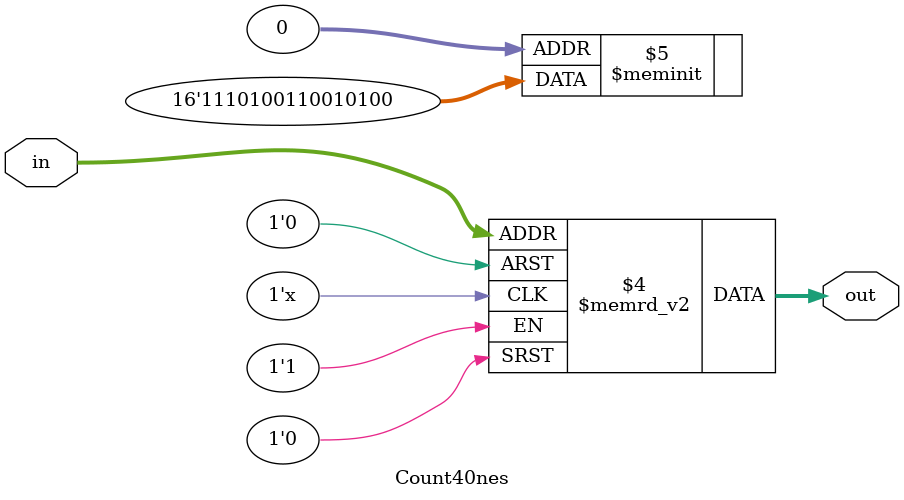
<source format=v>
`timescale 1ns / 1ps


module Count40nes(
    input       [2:0] in,
    output reg  [1:0] out

  );

  always @(*)
  begin
    case(in)
      3'b000:
        out <= 2'd0;
      3'b001:
        out <= 2'd1;
      3'b010:
        out <= 2'd1;
      3'b100:
        out <= 2'd1;
      3'b101:
        out <= 2'd2;
      3'b011:
        out <= 2'd2;
      3'b110:
        out <= 2'd2;
      3'b111:
        out <= 2'd3;
    endcase
  end

endmodule

</source>
